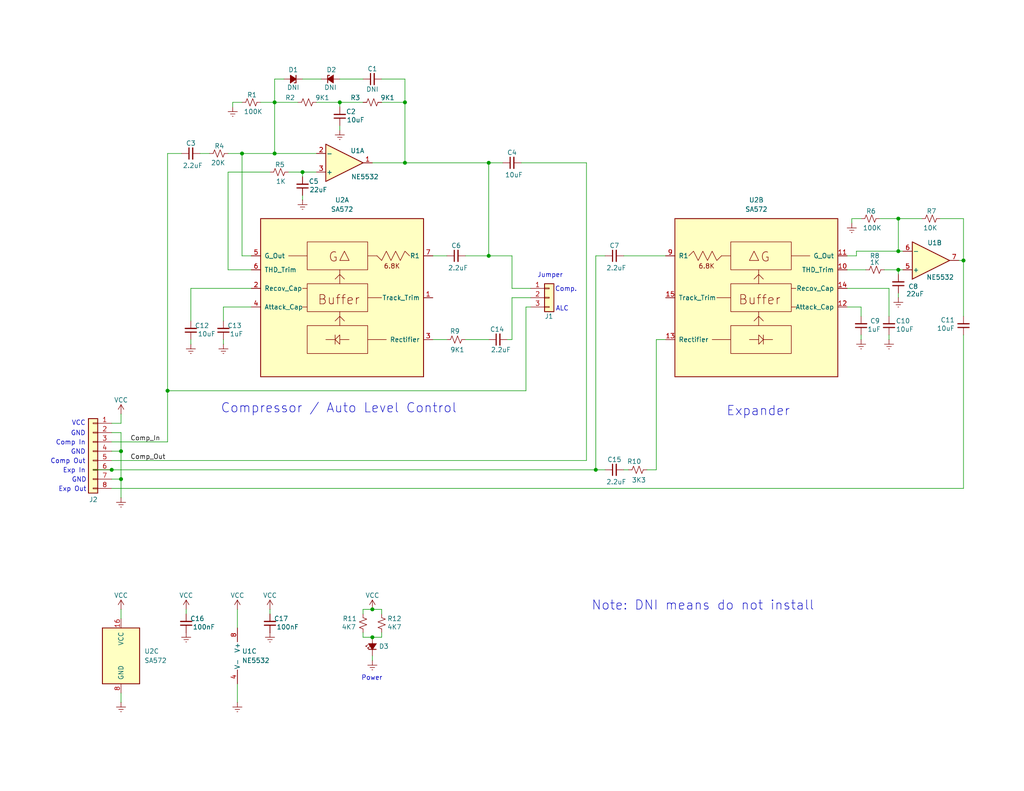
<source format=kicad_sch>
(kicad_sch (version 20250114) (generator "eeschema") (generator_version "9.0")
  (paper "A")
  (title_block (title "SA572 Compander") (date "2025-01-02") (rev "1") (company "Gadget Reboot") (comment 1 "https://www.youtube.com/@gadgetreboot") (comment 2 "https://github.com/GadgetReboot/SA572"))
  (lib_symbols
    (symbol "Amplifier_Operational:NE5532" (pin_names (offset 0.127))
      (property "Reference" "U" (at 0 5.08 0))
      (property "Value" "NE5532" (at 0 -5.08 0))
      (symbol "NE5532_1_1"
        (polyline (pts (xy -5.08 5.08) (xy 5.08 0) (xy -5.08 -5.08) (xy -5.08 5.08)) (stroke (width 0.254)) (fill (type background)))
        (pin input line (at -7.62 2.54 0) (length 2.54) (name "+") (number "3"))
        (pin input line (at -7.62 -2.54 0) (length 2.54) (name "-") (number "2"))
        (pin output line (at 7.62 0 180) (length 2.54) (name "~") (number "1"))
      )
      (symbol "NE5532_2_1"
        (polyline (pts (xy -5.08 5.08) (xy 5.08 0) (xy -5.08 -5.08) (xy -5.08 5.08)) (stroke (width 0.254)) (fill (type background)))
        (pin input line (at -7.62 2.54 0) (length 2.54) (name "+") (number "5"))
        (pin input line (at -7.62 -2.54 0) (length 2.54) (name "-") (number "6"))
        (pin output line (at 7.62 0 180) (length 2.54) (name "~") (number "7"))
      )
      (symbol "NE5532_3_1"
        (pin power_in line (at -2.54 7.62 270) (length 3.81) (name "V+") (number "8"))
        (pin power_in line (at -2.54 -7.62 90) (length 3.81) (name "V-") (number "4"))
      )
    )
    (symbol "Connector_Generic:Conn_01x03" (pin_names (offset 1.016) (hide yes))
      (property "Reference" "J" (at 0 5.08 0))
      (property "Value" "Conn_01x03" (at 0 -5.08 0))
      (symbol "Conn_01x03_1_1"
        (rectangle (start -1.27 3.81) (end 1.27 -3.81) (stroke (width 0.254)) (fill (type background)))
        (rectangle (start -1.27 2.667) (end 0 2.413) (stroke (width 0.1524)))
        (rectangle (start -1.27 0.127) (end 0 -0.127) (stroke (width 0.1524)))
        (rectangle (start -1.27 -2.413) (end 0 -2.667) (stroke (width 0.1524)))
        (pin passive line (at -5.08 2.54 0) (length 3.81) (name "Pin_1") (number "1"))
        (pin passive line (at -5.08 0 0) (length 3.81) (name "Pin_2") (number "2"))
        (pin passive line (at -5.08 -2.54 0) (length 3.81) (name "Pin_3") (number "3"))
      )
    )
    (symbol "Connector_Generic:Conn_01x08" (pin_names (offset 1.016) (hide yes))
      (property "Reference" "J" (at 0 10.16 0))
      (property "Value" "Conn_01x08" (at 0 -12.7 0))
      (symbol "Conn_01x08_1_1"
        (rectangle (start -1.27 8.89) (end 1.27 -11.43) (stroke (width 0.254)) (fill (type background)))
        (rectangle (start -1.27 7.747) (end 0 7.493) (stroke (width 0.1524)))
        (rectangle (start -1.27 5.207) (end 0 4.953) (stroke (width 0.1524)))
        (rectangle (start -1.27 2.667) (end 0 2.413) (stroke (width 0.1524)))
        (rectangle (start -1.27 0.127) (end 0 -0.127) (stroke (width 0.1524)))
        (rectangle (start -1.27 -2.413) (end 0 -2.667) (stroke (width 0.1524)))
        (rectangle (start -1.27 -4.953) (end 0 -5.207) (stroke (width 0.1524)))
        (rectangle (start -1.27 -7.493) (end 0 -7.747) (stroke (width 0.1524)))
        (rectangle (start -1.27 -10.033) (end 0 -10.287) (stroke (width 0.1524)))
        (pin passive line (at -5.08 7.62 0) (length 3.81) (name "Pin_1") (number "1"))
        (pin passive line (at -5.08 5.08 0) (length 3.81) (name "Pin_2") (number "2"))
        (pin passive line (at -5.08 2.54 0) (length 3.81) (name "Pin_3") (number "3"))
        (pin passive line (at -5.08 0 0) (length 3.81) (name "Pin_4") (number "4"))
        (pin passive line (at -5.08 -2.54 0) (length 3.81) (name "Pin_5") (number "5"))
        (pin passive line (at -5.08 -5.08 0) (length 3.81) (name "Pin_6") (number "6"))
        (pin passive line (at -5.08 -7.62 0) (length 3.81) (name "Pin_7") (number "7"))
        (pin passive line (at -5.08 -10.16 0) (length 3.81) (name "Pin_8") (number "8"))
      )
    )
    (symbol "Device:C_Small" (pin_numbers (hide yes)) (pin_names (offset 0.254) (hide yes))
      (property "Reference" "C" (at 0.254 1.778 0))
      (property "Value" "C_Small" (at 0.254 -2.032 0))
      (symbol "C_Small_0_1"
        (polyline (pts (xy -1.524 0.508) (xy 1.524 0.508)) (stroke (width 0.3048)))
        (polyline (pts (xy -1.524 -0.508) (xy 1.524 -0.508)) (stroke (width 0.3302)))
      )
      (symbol "C_Small_1_1"
        (pin passive line (at 0 2.54 270) (length 2.032) (name "~") (number "1"))
        (pin passive line (at 0 -2.54 90) (length 2.032) (name "~") (number "2"))
      )
    )
    (symbol "Device:D_Zener_Small_Filled" (pin_numbers (hide yes)) (pin_names (offset 0.254) (hide yes))
      (property "Reference" "D" (at 0 2.286 0))
      (property "Value" "D_Zener_Small_Filled" (at 0 -2.286 0))
      (symbol "D_Zener_Small_Filled_0_1"
        (polyline (pts (xy -0.254 1.016) (xy -0.762 1.016) (xy -0.762 -1.016)) (stroke (width 0.254)))
        (polyline (pts (xy 0.762 1.016) (xy -0.762 0) (xy 0.762 -1.016) (xy 0.762 1.016)) (stroke (width 0.254)) (fill (type outline)))
        (polyline (pts (xy 0.762 0) (xy -0.762 0)))
      )
      (symbol "D_Zener_Small_Filled_1_1"
        (pin passive line (at -2.54 0 0) (length 1.778) (name "K") (number "1"))
        (pin passive line (at 2.54 0 180) (length 1.778) (name "A") (number "2"))
      )
    )
    (symbol "Device:LED_Small_Filled" (pin_numbers (hide yes)) (pin_names (offset 0.254) (hide yes))
      (property "Reference" "D" (at -1.27 3.175 0))
      (property "Value" "LED_Small_Filled" (at -4.445 -2.54 0))
      (symbol "LED_Small_Filled_0_1"
        (polyline (pts (xy -0.762 -1.016) (xy -0.762 1.016)) (stroke (width 0.254)))
        (polyline (pts (xy 0 0.762) (xy -0.508 1.27) (xy -0.254 1.27) (xy -0.508 1.27) (xy -0.508 1.016)))
        (polyline (pts (xy 0.508 1.27) (xy 0 1.778) (xy 0.254 1.778) (xy 0 1.778) (xy 0 1.524)))
        (polyline (pts (xy 0.762 -1.016) (xy -0.762 0) (xy 0.762 1.016) (xy 0.762 -1.016)) (stroke (width 0.254)) (fill (type outline)))
        (polyline (pts (xy 1.016 0) (xy -0.762 0)))
      )
      (symbol "LED_Small_Filled_1_1"
        (pin passive line (at -2.54 0 0) (length 1.778) (name "K") (number "1"))
        (pin passive line (at 2.54 0 180) (length 1.778) (name "A") (number "2"))
      )
    )
    (symbol "Device:R_Small_US" (pin_numbers (hide yes)) (pin_names (offset 0.254) (hide yes))
      (property "Reference" "R" (at 0.762 0.508 0))
      (property "Value" "R_Small_US" (at 0.762 -1.016 0))
      (symbol "R_Small_US_1_1"
        (polyline (pts (xy 0 1.524) (xy 1.016 1.143) (xy 0 0.762) (xy -1.016 0.381) (xy 0 0)))
        (polyline (pts (xy 0 0) (xy 1.016 -0.381) (xy 0 -0.762) (xy -1.016 -1.143) (xy 0 -1.524)))
        (pin passive line (at 0 2.54 270) (length 1.016) (name "~") (number "1"))
        (pin passive line (at 0 -2.54 90) (length 1.016) (name "~") (number "2"))
      )
    )
    (symbol "SA572:SA572" (pin_names (offset 1.016))
      (property "Reference" "U" (at 17.78 23.368 0))
      (property "Value" "SA572" (at 17.78 -23.876 0))
      (symbol "SA572_1_0"
        (pin input line (at -25.4 11.43 0) (length 2.54) (name "R1") (number "7"))
        (pin input line (at -25.4 0 0) (length 2.54) (name "Track_Trim") (number "1"))
        (pin input line (at -25.4 -11.43 0) (length 2.54) (name "Rectifier") (number "3"))
        (pin output line (at 24.13 11.43 180) (length 2.54) (name "G_Out") (number "5"))
        (pin output line (at 24.13 7.62 180) (length 2.54) (name "THD_Trim") (number "6"))
        (pin passive line (at 24.13 2.54 180) (length 2.54) (name "Recov_Cap") (number "2"))
        (pin passive line (at 24.13 -2.54 180) (length 2.54) (name "Attack_Cap") (number "4"))
      )
      (symbol "SA572_1_1"
        (rectangle (start -22.86 21.59) (end 21.59 -21.59) (stroke (width 0.254)) (fill (type background)))
        (polyline (pts (xy -11.43 0) (xy -7.62 0)))
        (polyline (pts (xy -10.16 11.43) (xy -7.62 11.43)))
        (polyline (pts (xy -10.16 11.43) (xy -11.43 10.16) (xy -12.7 12.7) (xy -13.97 10.16) (xy -15.24 12.7) (xy -16.51 10.16) (xy -17.78 12.7) (xy -19.05 11.43) (xy -19.05 11.43)))
        (rectangle (start -7.62 15.24) (end 8.89 7.62))
        (rectangle (start -7.62 3.81) (end 8.89 -3.81))
        (rectangle (start -7.62 -7.62) (end 8.89 -15.24))
        (polyline (pts (xy -7.62 -11.43) (xy -12.7 -11.43)))
        (polyline (pts (xy -2.54 -11.43) (xy 0 -11.43) (xy 0 -10.16) (xy 0 -12.7) (xy 1.27 -11.43) (xy 0 -10.16) (xy 1.27 -11.43) (xy 1.27 -10.16) (xy 1.27 -12.7) (xy 1.27 -11.43) (xy 3.81 -11.43)))
        (polyline (pts (xy -1.27 12.7) (xy -2.54 10.16) (xy 0 10.16) (xy -1.27 12.7)))
        (polyline (pts (xy 0 6.35) (xy -1.27 5.08) (xy 0 6.35) (xy 1.27 5.08)))
        (polyline (pts (xy 0 3.81) (xy 0 7.62)))
        (polyline (pts (xy 0 -5.08) (xy -1.27 -6.35) (xy 0 -5.08) (xy 1.27 -6.35)))
        (polyline (pts (xy 0 -7.62) (xy 0 -3.81)))
        (polyline (pts (xy 10.16 2.54) (xy 8.89 2.54)))
        (polyline (pts (xy 10.16 -2.54) (xy 8.89 -2.54)))
        (polyline (pts (xy 13.97 11.43) (xy 8.89 11.43)))
        (text "6.8K" (at -14.224 8.636 0) (effects (font (size 1.27 1.27))))
        (text "Buffer" (at 0.254 -0.508 0) (effects (font (size 2.54 2.54))))
        (text "G" (at 1.778 11.176 0) (effects (font (size 2.54 2.54))))
      )
      (symbol "SA572_2_0"
        (pin input line (at -25.4 11.43 0) (length 2.54) (name "R1") (number "9"))
        (pin input line (at -25.4 0 0) (length 2.54) (name "Track_Trim") (number "15"))
        (pin input line (at -25.4 -11.43 0) (length 2.54) (name "Rectifier") (number "13"))
        (pin output line (at 24.13 11.43 180) (length 2.54) (name "G_Out") (number "11"))
        (pin output line (at 24.13 7.62 180) (length 2.54) (name "THD_Trim") (number "10"))
        (pin passive line (at 24.13 2.54 180) (length 2.54) (name "Recov_Cap") (number "14"))
        (pin passive line (at 24.13 -2.54 180) (length 2.54) (name "Attack_Cap") (number "12"))
      )
      (symbol "SA572_2_1"
        (rectangle (start -22.86 21.59) (end 21.59 -21.59) (stroke (width 0.254)) (fill (type background)))
        (polyline (pts (xy -11.43 0) (xy -7.62 0)))
        (polyline (pts (xy -10.16 11.43) (xy -7.62 11.43)))
        (polyline (pts (xy -10.16 11.43) (xy -11.43 10.16) (xy -12.7 12.7) (xy -13.97 10.16) (xy -15.24 12.7) (xy -16.51 10.16) (xy -17.78 12.7) (xy -19.05 11.43) (xy -19.05 11.43)))
        (rectangle (start -7.62 15.24) (end 8.89 7.62))
        (rectangle (start -7.62 3.81) (end 8.89 -3.81))
        (rectangle (start -7.62 -7.62) (end 8.89 -15.24))
        (polyline (pts (xy -7.62 -11.43) (xy -12.7 -11.43)))
        (polyline (pts (xy -2.54 -11.43) (xy 0 -11.43) (xy 0 -10.16) (xy 0 -12.7) (xy 1.27 -11.43) (xy 0 -10.16) (xy 1.27 -11.43) (xy 1.27 -10.16) (xy 1.27 -12.7) (xy 1.27 -11.43) (xy 3.81 -11.43)))
        (polyline (pts (xy -1.27 12.7) (xy -2.54 10.16) (xy 0 10.16) (xy -1.27 12.7)))
        (polyline (pts (xy 0 6.35) (xy -1.27 5.08) (xy 0 6.35) (xy 1.27 5.08)))
        (polyline (pts (xy 0 3.81) (xy 0 7.62)))
        (polyline (pts (xy 0 -5.08) (xy -1.27 -6.35) (xy 0 -5.08) (xy 1.27 -6.35)))
        (polyline (pts (xy 0 -7.62) (xy 0 -3.81)))
        (polyline (pts (xy 10.16 2.54) (xy 8.89 2.54)))
        (polyline (pts (xy 10.16 -2.54) (xy 8.89 -2.54)))
        (polyline (pts (xy 13.97 11.43) (xy 8.89 11.43)))
        (text "6.8K" (at -14.224 8.636 0) (effects (font (size 1.27 1.27))))
        (text "Buffer" (at 0.254 -0.508 0) (effects (font (size 2.54 2.54))))
        (text "G" (at 1.778 11.176 0) (effects (font (size 2.54 2.54))))
      )
      (symbol "SA572_3_0"
        (pin power_in line (at 0 10.16 270) (length 2.54) (name "VCC") (number "16"))
        (pin power_in line (at 0 -10.16 90) (length 2.54) (name "GND") (number "8"))
      )
      (symbol "SA572_3_1"
        (rectangle (start -5.08 7.62) (end 5.08 -7.62) (stroke (width 0.254)) (fill (type background)))
      )
    )
    (symbol "power:GNDREF" (power) (pin_numbers (hide yes)) (pin_names (offset 0) (hide yes))
      (property "Value" "GNDREF" (at 0 -3.81 0))
      (symbol "GNDREF_0_1"
        (polyline (pts (xy -0.635 -1.905) (xy 0.635 -1.905)))
        (polyline (pts (xy -0.127 -2.54) (xy 0.127 -2.54)))
        (polyline (pts (xy 0 -1.27) (xy 0 0)))
        (polyline (pts (xy 1.27 -1.27) (xy -1.27 -1.27)))
      )
      (symbol "GNDREF_1_1"
        (pin power_in line (at 0 0 270) (length 0) (name "~") (number "1"))
      )
    )
    (symbol "power:VDD" (power) (pin_numbers (hide yes)) (pin_names (offset 0) (hide yes))
      (property "Value" "VDD" (at 0 3.556 0))
      (symbol "VDD_0_1"
        (polyline (pts (xy -0.762 1.27) (xy 0 2.54)))
        (polyline (pts (xy 0 2.54) (xy 0.762 1.27)))
        (polyline (pts (xy 0 0) (xy 0 2.54)))
      )
      (symbol "VDD_1_1"
        (pin power_in line (at 0 0 90) (length 0) (name "~") (number "1"))
      )
    )
  )
  (text "Note: DNI means do not install" (at 222.25 166.878 0) (effects (font (size 2.54 2.54)) (justify right bottom)))
  (text "Exp Out" (at 23.622 134.366 0) (effects (font (size 1.27 1.27)) (justify right bottom)))
  (text "Comp Out" (at 23.368 126.746 0) (effects (font (size 1.27 1.27)) (justify right bottom)))
  (text "GND" (at 23.622 131.826 0) (effects (font (size 1.27 1.27)) (justify right bottom)))
  (text "ALC" (at 155.194 85.09 0) (effects (font (size 1.27 1.27)) (justify right bottom)))
  (text "Comp In" (at 23.368 121.666 0) (effects (font (size 1.27 1.27)) (justify right bottom)))
  (text "Jumper" (at 150.114 75.946 0) (effects (font (size 1.27 1.27)) (justify bottom)))
  (text "Expander" (at 215.646 113.792 0) (effects (font (size 2.54 2.54)) (justify right bottom)))
  (text "Comp." (at 157.48 79.756 0) (effects (font (size 1.27 1.27)) (justify right bottom)))
  (text "Power" (at 104.394 185.928 0) (effects (font (size 1.27 1.27)) (justify right bottom)))
  (text "Compressor / Auto Level Control" (at 124.714 113.03 0) (effects (font (size 2.54 2.54)) (justify right bottom)))
  (text "GND" (at 23.368 119.126 0) (effects (font (size 1.27 1.27)) (justify right bottom)))
  (text "VCC" (at 23.368 116.332 0) (effects (font (size 1.27 1.27)) (justify right bottom)))
  (text "GND" (at 23.368 124.206 0) (effects (font (size 1.27 1.27)) (justify right bottom)))
  (text "Exp In" (at 23.368 129.286 0) (effects (font (size 1.27 1.27)) (justify right bottom)))
  (junction (at 162.56 128.27))
  (junction (at 30.48 128.27))
  (junction (at 133.35 69.85))
  (junction (at 262.89 71.12))
  (junction (at 74.93 41.91))
  (junction (at 245.11 59.69))
  (junction (at 33.02 123.19))
  (junction (at 101.6 173.99))
  (junction (at 110.49 44.45))
  (junction (at 110.49 27.94))
  (junction (at 82.55 46.99))
  (junction (at 133.35 44.45))
  (junction (at 92.71 27.94))
  (junction (at 245.11 68.58))
  (junction (at 245.11 73.66))
  (junction (at 66.04 41.91))
  (junction (at 33.02 130.81))
  (junction (at 101.6 166.37))
  (junction (at 45.72 106.68))
  (junction (at 74.93 27.94))
  (wire (pts (xy 101.6 179.07) (xy 101.6 180.34)))
  (wire (pts (xy 262.89 71.12) (xy 261.62 71.12)))
  (wire (pts (xy 139.7 92.71) (xy 139.7 81.28)))
  (wire (pts (xy 139.7 78.74) (xy 139.7 69.85)))
  (wire (pts (xy 179.07 92.71) (xy 179.07 128.27)))
  (wire (pts (xy 92.71 27.94) (xy 92.71 29.21)))
  (wire (pts (xy 30.48 130.81) (xy 33.02 130.81)))
  (wire (pts (xy 45.72 106.68) (xy 45.72 41.91)))
  (wire (pts (xy 74.93 27.94) (xy 81.28 27.94)))
  (wire (pts (xy 101.6 44.45) (xy 110.49 44.45)))
  (wire (pts (xy 245.11 68.58) (xy 245.11 59.69)))
  (wire (pts (xy 78.74 46.99) (xy 82.55 46.99)))
  (wire (pts (xy 242.57 78.74) (xy 242.57 86.36)))
  (wire (pts (xy 133.35 69.85) (xy 133.35 44.45)))
  (wire (pts (xy 133.35 44.45) (xy 137.16 44.45)))
  (wire (pts (xy 33.02 166.37) (xy 33.02 168.91)))
  (wire (pts (xy 139.7 69.85) (xy 133.35 69.85)))
  (wire (pts (xy 101.6 173.99) (xy 99.06 173.99)))
  (wire (pts (xy 60.96 83.82) (xy 60.96 87.63)))
  (wire (pts (xy 245.11 73.66) (xy 245.11 74.93)))
  (wire (pts (xy 64.77 186.69) (xy 64.77 191.77)))
  (wire (pts (xy 62.23 46.99) (xy 73.66 46.99)))
  (wire (pts (xy 33.02 118.11) (xy 33.02 123.19)))
  (wire (pts (xy 233.68 68.58) (xy 233.68 69.85)))
  (wire (pts (xy 127 69.85) (xy 133.35 69.85)))
  (wire (pts (xy 66.04 27.94) (xy 63.5 27.94)))
  (wire (pts (xy 45.72 120.65) (xy 45.72 106.68)))
  (wire (pts (xy 234.95 83.82) (xy 234.95 86.36)))
  (wire (pts (xy 179.07 128.27) (xy 176.53 128.27)))
  (wire (pts (xy 99.06 166.37) (xy 99.06 167.64)))
  (wire (pts (xy 77.47 21.59) (xy 74.93 21.59)))
  (wire (pts (xy 62.23 41.91) (xy 66.04 41.91)))
  (wire (pts (xy 104.14 172.72) (xy 104.14 173.99)))
  (wire (pts (xy 25.4 128.27) (xy 30.48 128.27)))
  (wire (pts (xy 66.04 41.91) (xy 74.93 41.91)))
  (wire (pts (xy 262.89 133.35) (xy 30.48 133.35)))
  (wire (pts (xy 241.3 73.66) (xy 245.11 73.66)))
  (wire (pts (xy 60.96 92.71) (xy 60.96 93.98)))
  (wire (pts (xy 110.49 27.94) (xy 104.14 27.94)))
  (wire (pts (xy 245.11 80.01) (xy 245.11 81.28)))
  (wire (pts (xy 52.07 92.71) (xy 52.07 93.98)))
  (wire (pts (xy 33.02 130.81) (xy 33.02 135.89)))
  (wire (pts (xy 231.14 83.82) (xy 234.95 83.82)))
  (wire (pts (xy 66.04 69.85) (xy 66.04 41.91)))
  (wire (pts (xy 170.18 69.85) (xy 181.61 69.85)))
  (wire (pts (xy 118.11 92.71) (xy 121.92 92.71)))
  (wire (pts (xy 162.56 128.27) (xy 165.1 128.27)))
  (wire (pts (xy 30.48 123.19) (xy 33.02 123.19)))
  (wire (pts (xy 234.95 91.44) (xy 234.95 92.71)))
  (wire (pts (xy 71.12 27.94) (xy 74.93 27.94)))
  (wire (pts (xy 245.11 73.66) (xy 246.38 73.66)))
  (wire (pts (xy 262.89 59.69) (xy 262.89 71.12)))
  (wire (pts (xy 33.02 189.23) (xy 33.02 191.77)))
  (wire (pts (xy 245.11 68.58) (xy 233.68 68.58)))
  (wire (pts (xy 101.6 166.37) (xy 104.14 166.37)))
  (wire (pts (xy 52.07 78.74) (xy 52.07 87.63)))
  (wire (pts (xy 92.71 21.59) (xy 99.06 21.59)))
  (wire (pts (xy 245.11 59.69) (xy 251.46 59.69)))
  (wire (pts (xy 64.77 166.37) (xy 64.77 171.45)))
  (wire (pts (xy 242.57 91.44) (xy 242.57 92.71)))
  (wire (pts (xy 45.72 41.91) (xy 49.53 41.91)))
  (wire (pts (xy 82.55 46.99) (xy 86.36 46.99)))
  (wire (pts (xy 63.5 27.94) (xy 63.5 29.21)))
  (wire (pts (xy 92.71 27.94) (xy 99.06 27.94)))
  (wire (pts (xy 127 92.71) (xy 133.35 92.71)))
  (wire (pts (xy 68.58 78.74) (xy 52.07 78.74)))
  (wire (pts (xy 181.61 92.71) (xy 179.07 92.71)))
  (wire (pts (xy 143.51 106.68) (xy 45.72 106.68)))
  (wire (pts (xy 256.54 59.69) (xy 262.89 59.69)))
  (wire (pts (xy 99.06 172.72) (xy 99.06 173.99)))
  (wire (pts (xy 142.24 44.45) (xy 160.02 44.45)))
  (wire (pts (xy 160.02 125.73) (xy 30.48 125.73)))
  (wire (pts (xy 30.48 128.27) (xy 162.56 128.27)))
  (wire (pts (xy 82.55 53.34) (xy 82.55 54.61)))
  (wire (pts (xy 139.7 81.28) (xy 144.78 81.28)))
  (wire (pts (xy 118.11 69.85) (xy 121.92 69.85)))
  (wire (pts (xy 74.93 41.91) (xy 74.93 27.94)))
  (wire (pts (xy 62.23 73.66) (xy 62.23 46.99)))
  (wire (pts (xy 92.71 34.29) (xy 92.71 35.56)))
  (wire (pts (xy 160.02 44.45) (xy 160.02 125.73)))
  (wire (pts (xy 110.49 44.45) (xy 110.49 27.94)))
  (wire (pts (xy 262.89 91.44) (xy 262.89 133.35)))
  (wire (pts (xy 110.49 21.59) (xy 110.49 27.94)))
  (wire (pts (xy 162.56 128.27) (xy 162.56 69.85)))
  (wire (pts (xy 143.51 83.82) (xy 143.51 106.68)))
  (wire (pts (xy 50.8 166.37) (xy 50.8 167.64)))
  (wire (pts (xy 99.06 166.37) (xy 101.6 166.37)))
  (wire (pts (xy 86.36 41.91) (xy 74.93 41.91)))
  (wire (pts (xy 138.43 92.71) (xy 139.7 92.71)))
  (wire (pts (xy 33.02 115.57) (xy 33.02 113.03)))
  (wire (pts (xy 86.36 27.94) (xy 92.71 27.94)))
  (wire (pts (xy 233.68 69.85) (xy 231.14 69.85)))
  (wire (pts (xy 232.41 59.69) (xy 232.41 60.96)))
  (wire (pts (xy 82.55 21.59) (xy 87.63 21.59)))
  (wire (pts (xy 231.14 78.74) (xy 242.57 78.74)))
  (wire (pts (xy 33.02 123.19) (xy 33.02 130.81)))
  (wire (pts (xy 162.56 69.85) (xy 165.1 69.85)))
  (wire (pts (xy 133.35 44.45) (xy 110.49 44.45)))
  (wire (pts (xy 262.89 71.12) (xy 262.89 86.36)))
  (wire (pts (xy 231.14 73.66) (xy 236.22 73.66)))
  (wire (pts (xy 68.58 69.85) (xy 66.04 69.85)))
  (wire (pts (xy 104.14 21.59) (xy 110.49 21.59)))
  (wire (pts (xy 144.78 83.82) (xy 143.51 83.82)))
  (wire (pts (xy 144.78 78.74) (xy 139.7 78.74)))
  (wire (pts (xy 82.55 46.99) (xy 82.55 48.26)))
  (wire (pts (xy 73.66 166.37) (xy 73.66 167.64)))
  (wire (pts (xy 30.48 120.65) (xy 45.72 120.65)))
  (wire (pts (xy 68.58 73.66) (xy 62.23 73.66)))
  (wire (pts (xy 74.93 21.59) (xy 74.93 27.94)))
  (wire (pts (xy 104.14 166.37) (xy 104.14 167.64)))
  (wire (pts (xy 170.18 128.27) (xy 171.45 128.27)))
  (wire (pts (xy 246.38 68.58) (xy 245.11 68.58)))
  (wire (pts (xy 54.61 41.91) (xy 57.15 41.91)))
  (wire (pts (xy 30.48 118.11) (xy 33.02 118.11)))
  (wire (pts (xy 30.48 115.57) (xy 33.02 115.57)))
  (wire (pts (xy 245.11 59.69) (xy 240.03 59.69)))
  (wire (pts (xy 104.14 173.99) (xy 101.6 173.99)))
  (wire (pts (xy 68.58 83.82) (xy 60.96 83.82)))
  (wire (pts (xy 234.95 59.69) (xy 232.41 59.69)))
  (label "Comp_In" (at 35.56 120.65 0))
  (label "Comp_Out" (at 35.56 125.73 0))
  (symbol (lib_id "Device:C_Small") (at 167.64 128.27 90) (unit 1)
    (property "Reference" "C15" (at 167.6463 125.476 90))
    (property "Value" "2.2uF" (at 168.1543 131.572 90))
    (property "Footprint" "Capacitor_SMD:C_0805_2012Metric_Pad1.18x1.45mm_HandSolder" (effects (hide yes)))
    (property "Description" "Unpolarized capacitor, small symbol" (effects (hide yes)))
  )
  (symbol (lib_id "Amplifier_Operational:NE5532") (at 254 71.12 0) (mirror x) (unit 2)
    (property "Reference" "U1" (at 255.016 66.294 0))
    (property "Value" "NE5532" (at 256.54 75.692 0))
    (property "Footprint" "Package_SO:SOIC-8_3.9x4.9mm_P1.27mm" (effects (hide yes)))
    (property "Datasheet" "http://www.ti.com/lit/ds/symlink/ne5532.pdf" (effects (hide yes)))
    (property "Description" "Dual Low-Noise Operational Amplifiers, DIP-8/SOIC-8" (effects (hide yes)))
  )
  (symbol (lib_id "SA572:SA572") (at 207.01 81.28 0) (unit 2)
    (property "Reference" "U2" (at 206.375 54.61 0))
    (property "Value" "SA572" (at 206.375 57.15 0))
    (property "Footprint" "Package_SO:SOIC-16W_7.5x10.3mm_P1.27mm" (effects (hide yes)))
    (property "Description" "SA572 Dual Compander" (effects (hide yes)))
  )
  (symbol (lib_id "Device:D_Zener_Small_Filled") (at 80.01 21.59 180) (unit 1)
    (property "Reference" "D1" (at 80.01 19.05 0))
    (property "Value" "DNI" (at 80.01 23.876 0))
    (property "Footprint" "footprints:Zener_MiniMELF" (effects (hide yes)))
    (property "Description" "Zener diode, small symbol, filled shape" (effects (hide yes)))
  )
  (symbol (lib_id "Connector_Generic:Conn_01x08") (at 25.4 123.19 0) (mirror y) (unit 1)
    (property "Reference" "J2" (at 26.67 136.3979 0) (effects (justify left)))
    (property "Value" "Conn_01x08" (effects (hide yes)))
    (property "Footprint" "Connector_PinHeader_2.54mm:PinHeader_1x08_P2.54mm_Vertical" (effects (hide yes)))
  )
  (symbol (lib_id "Device:C_Small") (at 242.57 88.9 180) (unit 1)
    (property "Reference" "C10" (at 246.38 87.6237 0))
    (property "Value" "10uF" (at 246.888 89.9097 0))
    (property "Footprint" "Capacitor_SMD:C_0805_2012Metric_Pad1.18x1.45mm_HandSolder" (effects (hide yes)))
    (property "Description" "Unpolarized capacitor, small symbol" (effects (hide yes)))
  )
  (symbol (lib_id "power:GNDREF") (at 33.02 135.89 0) (unit 1)
    (property "Reference" "#PWR011" (effects (hide yes)))
    (property "Value" "GNDREF" (effects (hide yes)))
    (property "Description" "Power symbol creates a global label with name \"GNDREF\" , reference supply ground" (effects (hide yes)))
  )
  (symbol (lib_id "Device:C_Small") (at 167.64 69.85 90) (unit 1)
    (property "Reference" "C7" (at 167.6463 67.056 90))
    (property "Value" "2.2uF" (at 168.1543 73.152 90))
    (property "Footprint" "Capacitor_SMD:C_0805_2012Metric_Pad1.18x1.45mm_HandSolder" (effects (hide yes)))
    (property "Description" "Unpolarized capacitor, small symbol" (effects (hide yes)))
  )
  (symbol (lib_id "Device:C_Small") (at 82.55 50.8 180) (unit 1)
    (property "Reference" "C5" (at 85.598 49.5237 0))
    (property "Value" "22uF" (at 86.868 51.8097 0))
    (property "Footprint" "Capacitor_SMD:C_0805_2012Metric_Pad1.18x1.45mm_HandSolder" (effects (hide yes)))
    (property "Description" "Unpolarized capacitor, small symbol" (effects (hide yes)))
  )
  (symbol (lib_id "power:VDD") (at 101.6 166.37 0) (unit 1)
    (property "Reference" "#PWR016" (effects (hide yes)))
    (property "Value" "VCC" (at 101.6 162.56 0))
    (property "Description" "Power symbol creates a global label with name \"VDD\"" (effects (hide yes)))
  )
  (symbol (lib_id "power:GNDREF") (at 64.77 191.77 0) (unit 1)
    (property "Reference" "#PWR021" (effects (hide yes)))
    (property "Value" "GNDREF" (effects (hide yes)))
    (property "Description" "Power symbol creates a global label with name \"GNDREF\" , reference supply ground" (effects (hide yes)))
  )
  (symbol (lib_id "Device:R_Small_US") (at 173.99 128.27 90) (unit 1)
    (property "Reference" "R10" (at 175.0059 125.984 90) (effects (justify left)))
    (property "Value" "3K3" (at 176.2759 131.064 90) (effects (justify left)))
    (property "Footprint" "Resistor_SMD:R_0805_2012Metric_Pad1.20x1.40mm_HandSolder" (effects (hide yes)))
    (property "Description" "Resistor, small US symbol" (effects (hide yes)))
  )
  (symbol (lib_id "Device:C_Small") (at 124.46 69.85 90) (unit 1)
    (property "Reference" "C6" (at 124.4663 67.056 90))
    (property "Value" "2.2uF" (at 124.9743 73.152 90))
    (property "Footprint" "Capacitor_SMD:C_0805_2012Metric_Pad1.18x1.45mm_HandSolder" (effects (hide yes)))
    (property "Description" "Unpolarized capacitor, small symbol" (effects (hide yes)))
  )
  (symbol (lib_id "power:GNDREF") (at 92.71 35.56 0) (unit 1)
    (property "Reference" "#PWR02" (effects (hide yes)))
    (property "Value" "GNDREF" (effects (hide yes)))
    (property "Description" "Power symbol creates a global label with name \"GNDREF\" , reference supply ground" (effects (hide yes)))
  )
  (symbol (lib_id "power:GNDREF") (at 245.11 81.28 0) (unit 1)
    (property "Reference" "#PWR05" (effects (hide yes)))
    (property "Value" "GNDREF" (effects (hide yes)))
    (property "Description" "Power symbol creates a global label with name \"GNDREF\" , reference supply ground" (effects (hide yes)))
  )
  (symbol (lib_id "Device:R_Small_US") (at 124.46 92.71 90) (unit 1)
    (property "Reference" "R9" (at 125.4759 90.424 90) (effects (justify left)))
    (property "Value" "9K1" (at 126.7459 95.504 90) (effects (justify left)))
    (property "Footprint" "Resistor_SMD:R_0805_2012Metric_Pad1.20x1.40mm_HandSolder" (effects (hide yes)))
    (property "Description" "Resistor, small US symbol" (effects (hide yes)))
  )
  (symbol (lib_id "Device:D_Zener_Small_Filled") (at 90.17 21.59 0) (unit 1)
    (property "Reference" "D2" (at 90.424 19.05 0))
    (property "Value" "DNI" (at 90.17 23.876 0))
    (property "Footprint" "footprints:Zener_MiniMELF" (effects (hide yes)))
    (property "Description" "Zener diode, small symbol, filled shape" (effects (hide yes)))
  )
  (symbol (lib_id "power:GNDREF") (at 232.41 60.96 0) (unit 1)
    (property "Reference" "#PWR04" (effects (hide yes)))
    (property "Value" "GNDREF" (effects (hide yes)))
    (property "Description" "Power symbol creates a global label with name \"GNDREF\" , reference supply ground" (effects (hide yes)))
  )
  (symbol (lib_id "Device:C_Small") (at 52.07 90.17 180) (unit 1)
    (property "Reference" "C12" (at 55.118 88.8937 0))
    (property "Value" "10uF" (at 56.388 91.1797 0))
    (property "Footprint" "Capacitor_SMD:C_0805_2012Metric_Pad1.18x1.45mm_HandSolder" (effects (hide yes)))
    (property "Description" "Unpolarized capacitor, small symbol" (effects (hide yes)))
  )
  (symbol (lib_id "Device:R_Small_US") (at 254 59.69 90) (unit 1)
    (property "Reference" "R7" (at 255.5239 57.658 90) (effects (justify left)))
    (property "Value" "10K" (at 255.7779 62.23 90) (effects (justify left)))
    (property "Footprint" "Resistor_SMD:R_0805_2012Metric_Pad1.20x1.40mm_HandSolder" (effects (hide yes)))
    (property "Description" "Resistor, small US symbol" (effects (hide yes)))
  )
  (symbol (lib_id "SA572:SA572") (at 33.02 179.07 0) (unit 3)
    (property "Reference" "U2" (at 39.37 177.7999 0) (effects (justify left)))
    (property "Value" "SA572" (at 39.37 180.3399 0) (effects (justify left)))
    (property "Footprint" "Package_SO:SOIC-16W_7.5x10.3mm_P1.27mm" (effects (hide yes)))
    (property "Description" "SA572 Dual Compander" (effects (hide yes)))
  )
  (symbol (lib_id "Device:R_Small_US") (at 68.58 27.94 90) (unit 1)
    (property "Reference" "R1" (at 70.1039 25.908 90) (effects (justify left)))
    (property "Value" "100K" (at 71.6279 30.48 90) (effects (justify left)))
    (property "Footprint" "Resistor_SMD:R_0805_2012Metric_Pad1.20x1.40mm_HandSolder" (effects (hide yes)))
    (property "Description" "Resistor, small US symbol" (effects (hide yes)))
  )
  (symbol (lib_id "power:GNDREF") (at 33.02 191.77 0) (unit 1)
    (property "Reference" "#PWR020" (effects (hide yes)))
    (property "Value" "GNDREF" (effects (hide yes)))
    (property "Description" "Power symbol creates a global label with name \"GNDREF\" , reference supply ground" (effects (hide yes)))
  )
  (symbol (lib_id "power:GNDREF") (at 63.5 29.21 0) (unit 1)
    (property "Reference" "#PWR01" (effects (hide yes)))
    (property "Value" "GNDREF" (effects (hide yes)))
    (property "Description" "Power symbol creates a global label with name \"GNDREF\" , reference supply ground" (effects (hide yes)))
  )
  (symbol (lib_id "Device:R_Small_US") (at 99.06 170.18 0) (unit 1)
    (property "Reference" "R11" (at 93.472 168.9099 0) (effects (justify left)))
    (property "Value" "4K7" (at 93.218 171.1959 0) (effects (justify left)))
    (property "Footprint" "Resistor_SMD:R_0805_2012Metric_Pad1.20x1.40mm_HandSolder" (effects (hide yes)))
    (property "Description" "Resistor, small US symbol" (effects (hide yes)))
  )
  (symbol (lib_id "Device:C_Small") (at 234.95 88.9 180) (unit 1)
    (property "Reference" "C9" (at 238.76 87.6237 0))
    (property "Value" "1uF" (at 238.506 89.9097 0))
    (property "Footprint" "Capacitor_SMD:C_0805_2012Metric_Pad1.18x1.45mm_HandSolder" (effects (hide yes)))
    (property "Description" "Unpolarized capacitor, small symbol" (effects (hide yes)))
  )
  (symbol (lib_id "power:VDD") (at 33.02 166.37 0) (unit 1)
    (property "Reference" "#PWR012" (effects (hide yes)))
    (property "Value" "VCC" (at 33.02 162.56 0))
    (property "Description" "Power symbol creates a global label with name \"VDD\"" (effects (hide yes)))
  )
  (symbol (lib_id "Device:R_Small_US") (at 104.14 170.18 0) (unit 1)
    (property "Reference" "R12" (at 105.664 168.9099 0) (effects (justify left)))
    (property "Value" "4K7" (at 105.664 171.1959 0) (effects (justify left)))
    (property "Footprint" "Resistor_SMD:R_0805_2012Metric_Pad1.20x1.40mm_HandSolder" (effects (hide yes)))
    (property "Description" "Resistor, small US symbol" (effects (hide yes)))
  )
  (symbol (lib_id "Device:C_Small") (at 73.66 170.18 180) (unit 1)
    (property "Reference" "C17" (at 76.708 168.9037 0))
    (property "Value" "100nF" (at 78.486 171.1897 0))
    (property "Footprint" "Capacitor_SMD:C_0805_2012Metric_Pad1.18x1.45mm_HandSolder" (effects (hide yes)))
    (property "Description" "Unpolarized capacitor, small symbol" (effects (hide yes)))
  )
  (symbol (lib_id "power:GNDREF") (at 101.6 180.34 0) (unit 1)
    (property "Reference" "#PWR019" (effects (hide yes)))
    (property "Value" "GNDREF" (effects (hide yes)))
    (property "Description" "Power symbol creates a global label with name \"GNDREF\" , reference supply ground" (effects (hide yes)))
  )
  (symbol (lib_id "power:GNDREF") (at 60.96 93.98 0) (unit 1)
    (property "Reference" "#PWR09" (effects (hide yes)))
    (property "Value" "GNDREF" (effects (hide yes)))
    (property "Description" "Power symbol creates a global label with name \"GNDREF\" , reference supply ground" (effects (hide yes)))
  )
  (symbol (lib_id "Device:C_Small") (at 262.89 88.9 180) (unit 1)
    (property "Reference" "C11" (at 258.572 87.3697 0))
    (property "Value" "10uF" (at 258.064 89.6557 0))
    (property "Footprint" "Capacitor_SMD:C_0805_2012Metric_Pad1.18x1.45mm_HandSolder" (effects (hide yes)))
    (property "Description" "Unpolarized capacitor, small symbol" (effects (hide yes)))
  )
  (symbol (lib_id "power:VDD") (at 73.66 166.37 0) (unit 1)
    (property "Reference" "#PWR015" (effects (hide yes)))
    (property "Value" "VCC" (at 73.66 162.56 0))
    (property "Description" "Power symbol creates a global label with name \"VDD\"" (effects (hide yes)))
  )
  (symbol (lib_id "power:VDD") (at 64.77 166.37 0) (unit 1)
    (property "Reference" "#PWR014" (effects (hide yes)))
    (property "Value" "VCC" (at 64.77 162.56 0))
    (property "Description" "Power symbol creates a global label with name \"VDD\"" (effects (hide yes)))
  )
  (symbol (lib_id "Device:C_Small") (at 135.89 92.71 90) (unit 1)
    (property "Reference" "C14" (at 135.6423 89.916 90))
    (property "Value" "2.2uF" (at 136.6583 95.504 90))
    (property "Footprint" "Capacitor_SMD:C_0805_2012Metric_Pad1.18x1.45mm_HandSolder" (effects (hide yes)))
    (property "Description" "Unpolarized capacitor, small symbol" (effects (hide yes)))
  )
  (symbol (lib_id "Device:C_Small") (at 245.11 77.47 180) (unit 1)
    (property "Reference" "C8" (at 249.174 78.2257 0))
    (property "Value" "22uF" (at 249.682 80.2577 0))
    (property "Footprint" "Capacitor_SMD:C_0805_2012Metric_Pad1.18x1.45mm_HandSolder" (effects (hide yes)))
    (property "Description" "Unpolarized capacitor, small symbol" (effects (hide yes)))
  )
  (symbol (lib_id "Device:R_Small_US") (at 101.6 27.94 90) (unit 1)
    (property "Reference" "R3" (at 98.2979 26.67 90) (effects (justify left)))
    (property "Value" "9K1" (at 107.6959 26.67 90) (effects (justify left)))
    (property "Footprint" "Resistor_SMD:R_0805_2012Metric_Pad1.20x1.40mm_HandSolder" (effects (hide yes)))
    (property "Description" "Resistor, small US symbol" (effects (hide yes)))
  )
  (symbol (lib_id "power:GNDREF") (at 82.55 54.61 0) (unit 1)
    (property "Reference" "#PWR03" (effects (hide yes)))
    (property "Value" "GNDREF" (effects (hide yes)))
    (property "Description" "Power symbol creates a global label with name \"GNDREF\" , reference supply ground" (effects (hide yes)))
  )
  (symbol (lib_id "power:GNDREF") (at 234.95 92.71 0) (unit 1)
    (property "Reference" "#PWR06" (effects (hide yes)))
    (property "Value" "GNDREF" (effects (hide yes)))
    (property "Description" "Power symbol creates a global label with name \"GNDREF\" , reference supply ground" (effects (hide yes)))
  )
  (symbol (lib_id "Device:C_Small") (at 92.71 31.75 180) (unit 1)
    (property "Reference" "C2" (at 95.758 30.4737 0))
    (property "Value" "10uF" (at 97.028 32.7597 0))
    (property "Footprint" "Capacitor_SMD:C_0805_2012Metric_Pad1.18x1.45mm_HandSolder" (effects (hide yes)))
    (property "Description" "Unpolarized capacitor, small symbol" (effects (hide yes)))
  )
  (symbol (lib_id "power:GNDREF") (at 242.57 92.71 0) (unit 1)
    (property "Reference" "#PWR07" (effects (hide yes)))
    (property "Value" "GNDREF" (effects (hide yes)))
    (property "Description" "Power symbol creates a global label with name \"GNDREF\" , reference supply ground" (effects (hide yes)))
  )
  (symbol (lib_id "power:GNDREF") (at 52.07 93.98 0) (unit 1)
    (property "Reference" "#PWR08" (effects (hide yes)))
    (property "Value" "GNDREF" (effects (hide yes)))
    (property "Description" "Power symbol creates a global label with name \"GNDREF\" , reference supply ground" (effects (hide yes)))
  )
  (symbol (lib_id "Connector_Generic:Conn_01x03") (at 149.86 81.28 0) (unit 1)
    (property "Reference" "J1" (at 148.59 86.3599 0) (effects (justify left)))
    (property "Value" "Conn_01x03" (effects (hide yes)))
    (property "Footprint" "Connector_PinHeader_2.54mm:PinHeader_1x03_P2.54mm_Vertical" (effects (hide yes)))
    (property "Description" "Generic connector, single row, 01x03, script generated (kicad-library-utils/schlib/autogen/connector/)" (effects (hide yes)))
  )
  (symbol (lib_id "Device:C_Small") (at 101.6 21.59 90) (unit 1)
    (property "Reference" "C1" (at 101.6063 18.796 90))
    (property "Value" "DNI" (at 101.6063 24.384 90))
    (property "Footprint" "Capacitor_SMD:C_0805_2012Metric_Pad1.18x1.45mm_HandSolder" (effects (hide yes)))
    (property "Description" "Unpolarized capacitor, small symbol" (effects (hide yes)))
  )
  (symbol (lib_id "Device:R_Small_US") (at 83.82 27.94 90) (unit 1)
    (property "Reference" "R2" (at 80.5179 26.67 90) (effects (justify left)))
    (property "Value" "9K1" (at 89.9159 26.67 90) (effects (justify left)))
    (property "Footprint" "Resistor_SMD:R_0805_2012Metric_Pad1.20x1.40mm_HandSolder" (effects (hide yes)))
    (property "Description" "Resistor, small US symbol" (effects (hide yes)))
  )
  (symbol (lib_id "Device:R_Small_US") (at 59.69 41.91 90) (unit 1)
    (property "Reference" "R4" (at 61.2139 39.878 90) (effects (justify left)))
    (property "Value" "20K" (at 61.4679 44.45 90) (effects (justify left)))
    (property "Footprint" "Resistor_SMD:R_0805_2012Metric_Pad1.20x1.40mm_HandSolder" (effects (hide yes)))
    (property "Description" "Resistor, small US symbol" (effects (hide yes)))
  )
  (symbol (lib_id "Device:C_Small") (at 60.96 90.17 180) (unit 1)
    (property "Reference" "C13" (at 64.008 88.8937 0))
    (property "Value" "1uF" (at 64.516 91.1797 0))
    (property "Footprint" "Capacitor_SMD:C_0805_2012Metric_Pad1.18x1.45mm_HandSolder" (effects (hide yes)))
    (property "Description" "Unpolarized capacitor, small symbol" (effects (hide yes)))
  )
  (symbol (lib_id "power:GNDREF") (at 50.8 172.72 0) (unit 1)
    (property "Reference" "#PWR017" (effects (hide yes)))
    (property "Value" "GNDREF" (effects (hide yes)))
    (property "Description" "Power symbol creates a global label with name \"GNDREF\" , reference supply ground" (effects (hide yes)))
  )
  (symbol (lib_id "Device:C_Small") (at 52.07 41.91 90) (unit 1)
    (property "Reference" "C3" (at 52.0763 39.116 90))
    (property "Value" "2.2uF" (at 52.5843 45.212 90))
    (property "Footprint" "Capacitor_SMD:C_0805_2012Metric_Pad1.18x1.45mm_HandSolder" (effects (hide yes)))
    (property "Description" "Unpolarized capacitor, small symbol" (effects (hide yes)))
  )
  (symbol (lib_id "Device:C_Small") (at 50.8 170.18 180) (unit 1)
    (property "Reference" "C16" (at 53.848 168.9037 0))
    (property "Value" "100nF" (at 55.626 171.1897 0))
    (property "Footprint" "Capacitor_SMD:C_0805_2012Metric_Pad1.18x1.45mm_HandSolder" (effects (hide yes)))
    (property "Description" "Unpolarized capacitor, small symbol" (effects (hide yes)))
  )
  (symbol (lib_id "power:VDD") (at 50.8 166.37 0) (unit 1)
    (property "Reference" "#PWR013" (effects (hide yes)))
    (property "Value" "VCC" (at 50.8 162.56 0))
    (property "Description" "Power symbol creates a global label with name \"VDD\"" (effects (hide yes)))
  )
  (symbol (lib_id "Amplifier_Operational:NE5532") (at 93.98 44.45 0) (mirror x) (unit 1)
    (property "Reference" "U1" (at 97.536 41.148 0))
    (property "Value" "NE5532" (at 99.568 48.26 0))
    (property "Footprint" "Package_SO:SOIC-8_3.9x4.9mm_P1.27mm" (effects (hide yes)))
    (property "Datasheet" "http://www.ti.com/lit/ds/symlink/ne5532.pdf" (effects (hide yes)))
    (property "Description" "Dual Low-Noise Operational Amplifiers, DIP-8/SOIC-8" (effects (hide yes)))
  )
  (symbol (lib_id "Device:R_Small_US") (at 237.49 59.69 90) (unit 1)
    (property "Reference" "R6" (at 239.0139 57.658 90) (effects (justify left)))
    (property "Value" "100K" (at 240.5379 62.23 90) (effects (justify left)))
    (property "Footprint" "Resistor_SMD:R_0805_2012Metric_Pad1.20x1.40mm_HandSolder" (effects (hide yes)))
    (property "Description" "Resistor, small US symbol" (effects (hide yes)))
  )
  (symbol (lib_id "power:VDD") (at 33.02 113.03 0) (unit 1)
    (property "Reference" "#PWR010" (effects (hide yes)))
    (property "Value" "VCC" (at 33.02 109.22 0))
    (property "Description" "Power symbol creates a global label with name \"VDD\"" (effects (hide yes)))
  )
  (symbol (lib_id "SA572:SA572") (at 92.71 81.28 0) (mirror y) (unit 1)
    (property "Reference" "U2" (at 93.345 54.61 0))
    (property "Value" "SA572" (at 93.345 57.15 0))
    (property "Footprint" "Package_SO:SOIC-16W_7.5x10.3mm_P1.27mm" (effects (hide yes)))
    (property "Description" "SA572 Dual Compander" (effects (hide yes)))
  )
  (symbol (lib_id "Device:R_Small_US") (at 76.2 46.99 90) (unit 1)
    (property "Reference" "R5" (at 77.7239 44.958 90) (effects (justify left)))
    (property "Value" "1K" (at 77.9779 49.53 90) (effects (justify left)))
    (property "Footprint" "Resistor_SMD:R_0805_2012Metric_Pad1.20x1.40mm_HandSolder" (effects (hide yes)))
    (property "Description" "Resistor, small US symbol" (effects (hide yes)))
  )
  (symbol (lib_id "Device:R_Small_US") (at 238.76 73.66 90) (unit 1)
    (property "Reference" "R8" (at 240.0299 69.85 90) (effects (justify left)))
    (property "Value" "1K" (at 240.0299 71.628 90) (effects (justify left)))
    (property "Footprint" "Resistor_SMD:R_0805_2012Metric_Pad1.20x1.40mm_HandSolder" (effects (hide yes)))
    (property "Description" "Resistor, small US symbol" (effects (hide yes)))
  )
  (symbol (lib_id "Device:LED_Small_Filled") (at 101.6 176.53 90) (unit 1)
    (property "Reference" "D3" (at 103.378 176.4664 90) (effects (justify right)))
    (property "Value" "LED_Small_Filled" (effects (hide yes)))
    (property "Footprint" "LED_SMD:LED_0805_2012Metric_Pad1.15x1.40mm_HandSolder" (effects (hide yes)))
    (property "Description" "Light emitting diode, small symbol, filled shape" (effects (hide yes)))
  )
  (symbol (lib_id "Amplifier_Operational:NE5532") (at 67.31 179.07 0) (unit 3)
    (property "Reference" "U1" (at 66.04 177.7999 0) (effects (justify left)))
    (property "Value" "NE5532" (at 66.04 180.3399 0) (effects (justify left)))
    (property "Footprint" "Package_SO:SOIC-8_3.9x4.9mm_P1.27mm" (effects (hide yes)))
    (property "Datasheet" "http://www.ti.com/lit/ds/symlink/ne5532.pdf" (effects (hide yes)))
    (property "Description" "Dual Low-Noise Operational Amplifiers, DIP-8/SOIC-8" (effects (hide yes)))
  )
  (symbol (lib_id "power:GNDREF") (at 73.66 172.72 0) (unit 1)
    (property "Reference" "#PWR018" (effects (hide yes)))
    (property "Value" "GNDREF" (effects (hide yes)))
    (property "Description" "Power symbol creates a global label with name \"GNDREF\" , reference supply ground" (effects (hide yes)))
  )
  (symbol (lib_id "Device:C_Small") (at 139.7 44.45 90) (unit 1)
    (property "Reference" "C4" (at 139.7063 41.656 90))
    (property "Value" "10uF" (at 140.2143 47.752 90))
    (property "Footprint" "Capacitor_SMD:C_0805_2012Metric_Pad1.18x1.45mm_HandSolder" (effects (hide yes)))
    (property "Description" "Unpolarized capacitor, small symbol" (effects (hide yes)))
  )
)
</source>
